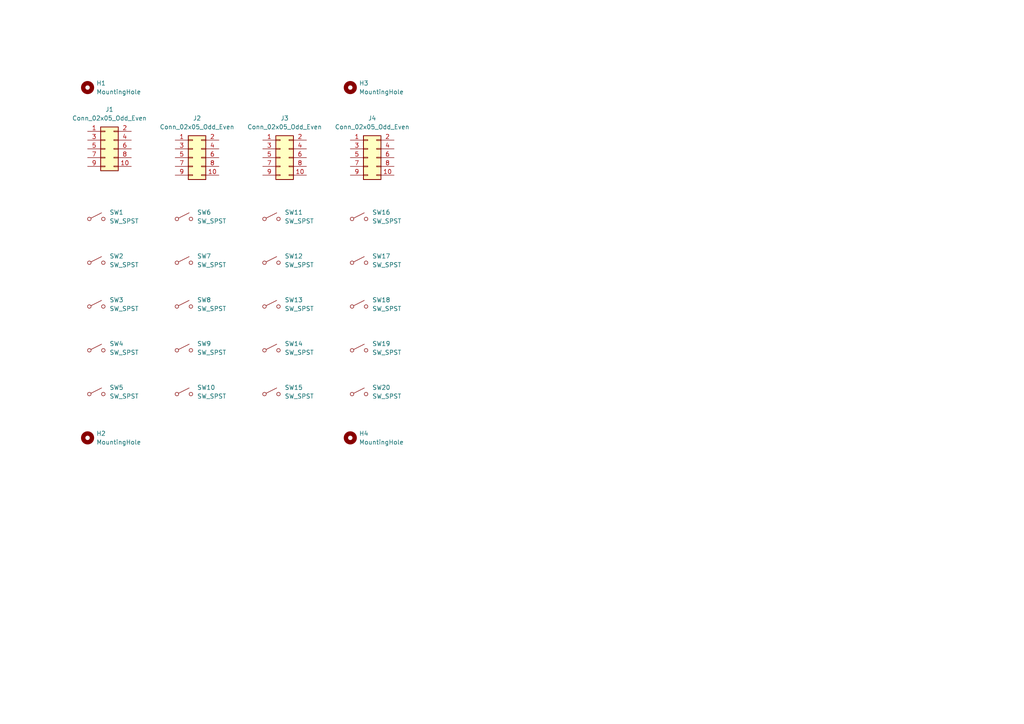
<source format=kicad_sch>
(kicad_sch (version 20231120) (generator "eeschema") (generator_version "8.0")
  (paper "A4")
  (lib_symbols
    (symbol "Connector_Generic:Conn_02x05_Odd_Even" (pin_names (offset 1.016) hide)
      (property "Reference" "J" (at 1.27 7.62 0))
      (property "Value" "Conn_02x05_Odd_Even" (at 1.27 -7.62 0))
      (symbol "Conn_02x05_Odd_Even_1_1"
        (rectangle (start -1.27 -4.953) (end 0 -5.207) (stroke (width 0.1524)))
        (rectangle (start -1.27 -2.413) (end 0 -2.667) (stroke (width 0.1524)))
        (rectangle (start -1.27 0.127) (end 0 -0.127) (stroke (width 0.1524)))
        (rectangle (start -1.27 2.667) (end 0 2.413) (stroke (width 0.1524)))
        (rectangle (start -1.27 5.207) (end 0 4.953) (stroke (width 0.1524)))
        (rectangle (start -1.27 6.35) (end 3.81 -6.35) (stroke (width 0.254)) (fill (type background)))
        (rectangle (start 3.81 -4.953) (end 2.54 -5.207) (stroke (width 0.1524)))
        (rectangle (start 3.81 -2.413) (end 2.54 -2.667) (stroke (width 0.1524)))
        (rectangle (start 3.81 0.127) (end 2.54 -0.127) (stroke (width 0.1524)))
        (rectangle (start 3.81 2.667) (end 2.54 2.413) (stroke (width 0.1524)))
        (rectangle (start 3.81 5.207) (end 2.54 4.953) (stroke (width 0.1524)))
        (pin passive line (at -5.08 5.08 0) (length 3.81) (name "Pin_1") (number "1"))
        (pin passive line (at 7.62 -5.08 180) (length 3.81) (name "Pin_10") (number "10"))
        (pin passive line (at 7.62 5.08 180) (length 3.81) (name "Pin_2") (number "2"))
        (pin passive line (at -5.08 2.54 0) (length 3.81) (name "Pin_3") (number "3"))
        (pin passive line (at 7.62 2.54 180) (length 3.81) (name "Pin_4") (number "4"))
        (pin passive line (at -5.08 0 0) (length 3.81) (name "Pin_5") (number "5"))
        (pin passive line (at 7.62 0 180) (length 3.81) (name "Pin_6") (number "6"))
        (pin passive line (at -5.08 -2.54 0) (length 3.81) (name "Pin_7") (number "7"))
        (pin passive line (at 7.62 -2.54 180) (length 3.81) (name "Pin_8") (number "8"))
        (pin passive line (at -5.08 -5.08 0) (length 3.81) (name "Pin_9") (number "9"))
      )
    )
    (symbol "EXC:SW_SPST_MOUNT" (pin_names (offset 0) hide)
      (property "Reference" "SW" (at 0 3.175 0))
      (property "Value" "SW_SPST_MOUNT" (at 0 -2.54 0))
      (symbol "SW_SPST_MOUNT_0_0"
        (circle (center -2.032 0) (radius 0.508))
        (polyline (pts (xy -1.524 0.254) (xy 1.524 1.778)))
        (circle (center 2.032 0) (radius 0.508))
      )
    )
    (symbol "Mechanical:MountingHole" (pin_names (offset 1.016)) (exclude_from_sim yes) (in_bom no)
      (property "Reference" "H" (at 0 5.08 0))
      (property "Value" "MountingHole" (at 0 3.175 0))
      (symbol "MountingHole_0_1"
        (circle (center 0 0) (radius 1.27) (stroke (width 1.27)))
      )
    )
  )
  (symbol (lib_id "EXC:SW_SPST_MOUNT") (at 104.14 101.6 0) (unit 1)
    (property "Reference" "SW19" (at 107.95 99.6949 0) (effects (justify left)))
    (property "Value" "SW_SPST" (at 107.95 102.2349 0) (effects (justify left)))
    (property "Footprint" "EXC:SW_Cherry_MX_1.00u_Mount" (effects (hide yes)))
    (property "Description" "Single Pole Single Throw (SPST) switch" (effects (hide yes)))
  )
  (symbol (lib_id "EXC:SW_SPST_MOUNT") (at 53.34 114.3 0) (unit 1)
    (property "Reference" "SW10" (at 57.15 112.3949 0) (effects (justify left)))
    (property "Value" "SW_SPST" (at 57.15 114.9349 0) (effects (justify left)))
    (property "Footprint" "EXC:SW_Cherry_MX_1.00u_Mount" (effects (hide yes)))
    (property "Description" "Single Pole Single Throw (SPST) switch" (effects (hide yes)))
  )
  (symbol (lib_id "Mechanical:MountingHole") (at 25.4 127 0) (unit 1) (exclude_from_sim yes) (in_bom no)
    (property "Reference" "H2" (at 27.94 125.7299 0) (effects (justify left)))
    (property "Value" "MountingHole" (at 27.94 128.2699 0) (effects (justify left)))
    (property "Footprint" "MountingHole:MountingHole_3.2mm_M3" (effects (hide yes)))
    (property "Description" "Mounting Hole without connection" (effects (hide yes)))
  )
  (symbol (lib_id "EXC:SW_SPST_MOUNT") (at 78.74 76.2 0) (unit 1)
    (property "Reference" "SW12" (at 82.55 74.2949 0) (effects (justify left)))
    (property "Value" "SW_SPST" (at 82.55 76.8349 0) (effects (justify left)))
    (property "Footprint" "EXC:SW_Cherry_MX_1.00u_Mount" (effects (hide yes)))
    (property "Description" "Single Pole Single Throw (SPST) switch" (effects (hide yes)))
  )
  (symbol (lib_id "Mechanical:MountingHole") (at 101.6 127 0) (unit 1) (exclude_from_sim yes) (in_bom no)
    (property "Reference" "H4" (at 104.14 125.7299 0) (effects (justify left)))
    (property "Value" "MountingHole" (at 104.14 128.2699 0) (effects (justify left)))
    (property "Footprint" "MountingHole:MountingHole_3.2mm_M3" (effects (hide yes)))
    (property "Description" "Mounting Hole without connection" (effects (hide yes)))
  )
  (symbol (lib_id "Connector_Generic:Conn_02x05_Odd_Even") (at 106.68 45.72 0) (unit 1)
    (property "Reference" "J4" (at 107.95 34.29 0))
    (property "Value" "Conn_02x05_Odd_Even" (at 107.95 36.83 0))
    (property "Footprint" "Connector_PinSocket_2.54mm:PinSocket_2x05_P2.54mm_Vertical" (effects (hide yes)))
    (property "Description" "Generic connector, double row, 02x05, odd/even pin numbering scheme (row 1 odd numbers, row 2 even numbers), script generated (kicad-library-utils/schlib/autogen/connector/)" (effects (hide yes)))
  )
  (symbol (lib_id "EXC:SW_SPST_MOUNT") (at 78.74 63.5 0) (unit 1)
    (property "Reference" "SW11" (at 82.55 61.5949 0) (effects (justify left)))
    (property "Value" "SW_SPST" (at 82.55 64.1349 0) (effects (justify left)))
    (property "Footprint" "EXC:SW_Cherry_MX_1.00u_Mount" (effects (hide yes)))
    (property "Description" "Single Pole Single Throw (SPST) switch" (effects (hide yes)))
  )
  (symbol (lib_id "EXC:SW_SPST_MOUNT") (at 27.94 63.5 0) (unit 1)
    (property "Reference" "SW1" (at 31.75 61.5949 0) (effects (justify left)))
    (property "Value" "SW_SPST" (at 31.75 64.1349 0) (effects (justify left)))
    (property "Footprint" "EXC:SW_Cherry_MX_1.00u_Mount" (effects (hide yes)))
    (property "Description" "Single Pole Single Throw (SPST) switch" (effects (hide yes)))
  )
  (symbol (lib_id "Mechanical:MountingHole") (at 25.4 25.4 0) (unit 1) (exclude_from_sim yes) (in_bom no)
    (property "Reference" "H1" (at 27.94 24.1299 0) (effects (justify left)))
    (property "Value" "MountingHole" (at 27.94 26.6699 0) (effects (justify left)))
    (property "Footprint" "MountingHole:MountingHole_3.2mm_M3" (effects (hide yes)))
    (property "Description" "Mounting Hole without connection" (effects (hide yes)))
  )
  (symbol (lib_id "EXC:SW_SPST_MOUNT") (at 53.34 63.5 0) (unit 1)
    (property "Reference" "SW6" (at 57.15 61.5949 0) (effects (justify left)))
    (property "Value" "SW_SPST" (at 57.15 64.1349 0) (effects (justify left)))
    (property "Footprint" "EXC:SW_Cherry_MX_1.00u_Mount" (effects (hide yes)))
    (property "Description" "Single Pole Single Throw (SPST) switch" (effects (hide yes)))
  )
  (symbol (lib_id "EXC:SW_SPST_MOUNT") (at 27.94 76.2 0) (unit 1)
    (property "Reference" "SW2" (at 31.75 74.2949 0) (effects (justify left)))
    (property "Value" "SW_SPST" (at 31.75 76.8349 0) (effects (justify left)))
    (property "Footprint" "EXC:SW_Cherry_MX_1.00u_Mount" (effects (hide yes)))
    (property "Description" "Single Pole Single Throw (SPST) switch" (effects (hide yes)))
  )
  (symbol (lib_id "EXC:SW_SPST_MOUNT") (at 53.34 101.6 0) (unit 1)
    (property "Reference" "SW9" (at 57.15 99.6949 0) (effects (justify left)))
    (property "Value" "SW_SPST" (at 57.15 102.2349 0) (effects (justify left)))
    (property "Footprint" "EXC:SW_Cherry_MX_1.00u_Mount" (effects (hide yes)))
    (property "Description" "Single Pole Single Throw (SPST) switch" (effects (hide yes)))
  )
  (symbol (lib_id "EXC:SW_SPST_MOUNT") (at 53.34 76.2 0) (unit 1)
    (property "Reference" "SW7" (at 57.15 74.2949 0) (effects (justify left)))
    (property "Value" "SW_SPST" (at 57.15 76.8349 0) (effects (justify left)))
    (property "Footprint" "EXC:SW_Cherry_MX_1.00u_Mount" (effects (hide yes)))
    (property "Description" "Single Pole Single Throw (SPST) switch" (effects (hide yes)))
  )
  (symbol (lib_id "EXC:SW_SPST_MOUNT") (at 53.34 88.9 0) (unit 1)
    (property "Reference" "SW8" (at 57.15 86.9949 0) (effects (justify left)))
    (property "Value" "SW_SPST" (at 57.15 89.5349 0) (effects (justify left)))
    (property "Footprint" "EXC:SW_Cherry_MX_1.00u_Mount" (effects (hide yes)))
    (property "Description" "Single Pole Single Throw (SPST) switch" (effects (hide yes)))
  )
  (symbol (lib_id "EXC:SW_SPST_MOUNT") (at 78.74 101.6 0) (unit 1)
    (property "Reference" "SW14" (at 82.55 99.6949 0) (effects (justify left)))
    (property "Value" "SW_SPST" (at 82.55 102.2349 0) (effects (justify left)))
    (property "Footprint" "EXC:SW_Cherry_MX_1.00u_Mount" (effects (hide yes)))
    (property "Description" "Single Pole Single Throw (SPST) switch" (effects (hide yes)))
  )
  (symbol (lib_id "Connector_Generic:Conn_02x05_Odd_Even") (at 81.28 45.72 0) (unit 1)
    (property "Reference" "J3" (at 82.55 34.29 0))
    (property "Value" "Conn_02x05_Odd_Even" (at 82.55 36.83 0))
    (property "Footprint" "Connector_PinSocket_2.54mm:PinSocket_2x05_P2.54mm_Vertical" (effects (hide yes)))
    (property "Description" "Generic connector, double row, 02x05, odd/even pin numbering scheme (row 1 odd numbers, row 2 even numbers), script generated (kicad-library-utils/schlib/autogen/connector/)" (effects (hide yes)))
  )
  (symbol (lib_id "EXC:SW_SPST_MOUNT") (at 27.94 101.6 0) (unit 1)
    (property "Reference" "SW4" (at 31.75 99.6949 0) (effects (justify left)))
    (property "Value" "SW_SPST" (at 31.75 102.2349 0) (effects (justify left)))
    (property "Footprint" "EXC:SW_Cherry_MX_1.00u_Mount" (effects (hide yes)))
    (property "Description" "Single Pole Single Throw (SPST) switch" (effects (hide yes)))
  )
  (symbol (lib_id "EXC:SW_SPST_MOUNT") (at 104.14 88.9 0) (unit 1)
    (property "Reference" "SW18" (at 107.95 86.9949 0) (effects (justify left)))
    (property "Value" "SW_SPST" (at 107.95 89.5349 0) (effects (justify left)))
    (property "Footprint" "EXC:SW_Cherry_MX_1.00u_Mount" (effects (hide yes)))
    (property "Description" "Single Pole Single Throw (SPST) switch" (effects (hide yes)))
  )
  (symbol (lib_id "EXC:SW_SPST_MOUNT") (at 27.94 114.3 0) (unit 1)
    (property "Reference" "SW5" (at 31.75 112.3949 0) (effects (justify left)))
    (property "Value" "SW_SPST" (at 31.75 114.9349 0) (effects (justify left)))
    (property "Footprint" "EXC:SW_Cherry_MX_1.00u_Mount" (effects (hide yes)))
    (property "Description" "Single Pole Single Throw (SPST) switch" (effects (hide yes)))
  )
  (symbol (lib_id "Connector_Generic:Conn_02x05_Odd_Even") (at 30.48 43.18 0) (unit 1)
    (property "Reference" "J1" (at 31.75 31.75 0))
    (property "Value" "Conn_02x05_Odd_Even" (at 31.75 34.29 0))
    (property "Footprint" "Connector_PinSocket_2.54mm:PinSocket_2x05_P2.54mm_Vertical" (effects (hide yes)))
    (property "Description" "Generic connector, double row, 02x05, odd/even pin numbering scheme (row 1 odd numbers, row 2 even numbers), script generated (kicad-library-utils/schlib/autogen/connector/)" (effects (hide yes)))
  )
  (symbol (lib_id "EXC:SW_SPST_MOUNT") (at 78.74 114.3 0) (unit 1)
    (property "Reference" "SW15" (at 82.55 112.3949 0) (effects (justify left)))
    (property "Value" "SW_SPST" (at 82.55 114.9349 0) (effects (justify left)))
    (property "Footprint" "EXC:SW_Cherry_MX_1.00u_Mount" (effects (hide yes)))
    (property "Description" "Single Pole Single Throw (SPST) switch" (effects (hide yes)))
  )
  (symbol (lib_id "Mechanical:MountingHole") (at 101.6 25.4 0) (unit 1) (exclude_from_sim yes) (in_bom no)
    (property "Reference" "H3" (at 104.14 24.1299 0) (effects (justify left)))
    (property "Value" "MountingHole" (at 104.14 26.6699 0) (effects (justify left)))
    (property "Footprint" "MountingHole:MountingHole_3.2mm_M3" (effects (hide yes)))
    (property "Description" "Mounting Hole without connection" (effects (hide yes)))
  )
  (symbol (lib_id "EXC:SW_SPST_MOUNT") (at 104.14 76.2 0) (unit 1)
    (property "Reference" "SW17" (at 107.95 74.2949 0) (effects (justify left)))
    (property "Value" "SW_SPST" (at 107.95 76.8349 0) (effects (justify left)))
    (property "Footprint" "EXC:SW_Cherry_MX_1.00u_Mount" (effects (hide yes)))
    (property "Description" "Single Pole Single Throw (SPST) switch" (effects (hide yes)))
  )
  (symbol (lib_id "EXC:SW_SPST_MOUNT") (at 27.94 88.9 0) (unit 1)
    (property "Reference" "SW3" (at 31.75 86.9949 0) (effects (justify left)))
    (property "Value" "SW_SPST" (at 31.75 89.5349 0) (effects (justify left)))
    (property "Footprint" "EXC:SW_Cherry_MX_1.00u_Mount" (effects (hide yes)))
    (property "Description" "Single Pole Single Throw (SPST) switch" (effects (hide yes)))
  )
  (symbol (lib_id "EXC:SW_SPST_MOUNT") (at 78.74 88.9 0) (unit 1)
    (property "Reference" "SW13" (at 82.55 86.9949 0) (effects (justify left)))
    (property "Value" "SW_SPST" (at 82.55 89.5349 0) (effects (justify left)))
    (property "Footprint" "EXC:SW_Cherry_MX_1.00u_Mount" (effects (hide yes)))
    (property "Description" "Single Pole Single Throw (SPST) switch" (effects (hide yes)))
  )
  (symbol (lib_id "EXC:SW_SPST_MOUNT") (at 104.14 114.3 0) (unit 1)
    (property "Reference" "SW20" (at 107.95 112.3949 0) (effects (justify left)))
    (property "Value" "SW_SPST" (at 107.95 114.9349 0) (effects (justify left)))
    (property "Footprint" "EXC:SW_Cherry_MX_1.00u_Mount" (effects (hide yes)))
    (property "Description" "Single Pole Single Throw (SPST) switch" (effects (hide yes)))
  )
  (symbol (lib_id "EXC:SW_SPST_MOUNT") (at 104.14 63.5 0) (unit 1)
    (property "Reference" "SW16" (at 107.95 61.5949 0) (effects (justify left)))
    (property "Value" "SW_SPST" (at 107.95 64.1349 0) (effects (justify left)))
    (property "Footprint" "EXC:SW_Cherry_MX_1.00u_Mount" (effects (hide yes)))
    (property "Description" "Single Pole Single Throw (SPST) switch" (effects (hide yes)))
  )
  (symbol (lib_id "Connector_Generic:Conn_02x05_Odd_Even") (at 55.88 45.72 0) (unit 1)
    (property "Reference" "J2" (at 57.15 34.29 0))
    (property "Value" "Conn_02x05_Odd_Even" (at 57.15 36.83 0))
    (property "Footprint" "Connector_PinSocket_2.54mm:PinSocket_2x05_P2.54mm_Vertical" (effects (hide yes)))
    (property "Description" "Generic connector, double row, 02x05, odd/even pin numbering scheme (row 1 odd numbers, row 2 even numbers), script generated (kicad-library-utils/schlib/autogen/connector/)" (effects (hide yes)))
  )
)
</source>
